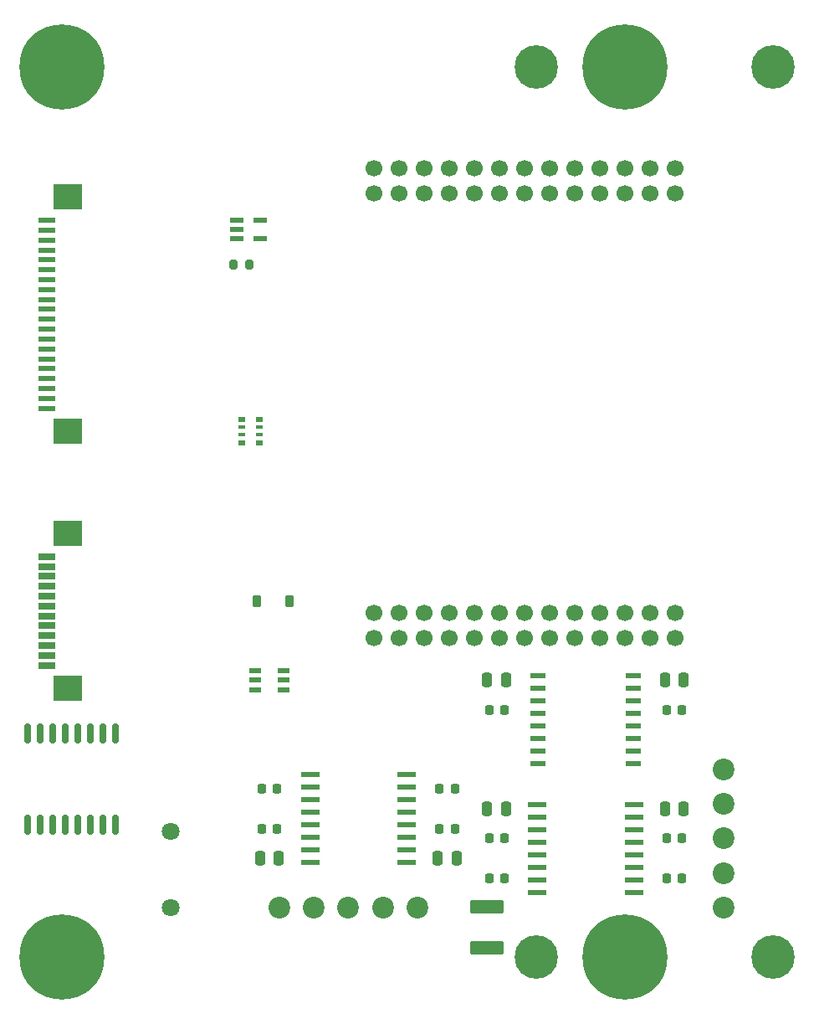
<source format=gbr>
%TF.GenerationSoftware,KiCad,Pcbnew,9.0.6*%
%TF.CreationDate,2025-12-03T08:33:47+03:00*%
%TF.ProjectId,PMCPU-LLU,504d4350-552d-44c4-9c55-2e6b69636164,rev?*%
%TF.SameCoordinates,Original*%
%TF.FileFunction,Soldermask,Top*%
%TF.FilePolarity,Negative*%
%FSLAX46Y46*%
G04 Gerber Fmt 4.6, Leading zero omitted, Abs format (unit mm)*
G04 Created by KiCad (PCBNEW 9.0.6) date 2025-12-03 08:33:47*
%MOMM*%
%LPD*%
G01*
G04 APERTURE LIST*
G04 Aperture macros list*
%AMRoundRect*
0 Rectangle with rounded corners*
0 $1 Rounding radius*
0 $2 $3 $4 $5 $6 $7 $8 $9 X,Y pos of 4 corners*
0 Add a 4 corners polygon primitive as box body*
4,1,4,$2,$3,$4,$5,$6,$7,$8,$9,$2,$3,0*
0 Add four circle primitives for the rounded corners*
1,1,$1+$1,$2,$3*
1,1,$1+$1,$4,$5*
1,1,$1+$1,$6,$7*
1,1,$1+$1,$8,$9*
0 Add four rect primitives between the rounded corners*
20,1,$1+$1,$2,$3,$4,$5,0*
20,1,$1+$1,$4,$5,$6,$7,0*
20,1,$1+$1,$6,$7,$8,$9,0*
20,1,$1+$1,$8,$9,$2,$3,0*%
G04 Aperture macros list end*
%ADD10R,1.181100X0.558800*%
%ADD11C,0.900000*%
%ADD12C,8.600000*%
%ADD13C,2.200000*%
%ADD14C,1.800000*%
%ADD15RoundRect,0.250000X0.250000X0.475000X-0.250000X0.475000X-0.250000X-0.475000X0.250000X-0.475000X0*%
%ADD16RoundRect,0.250000X-0.250000X-0.475000X0.250000X-0.475000X0.250000X0.475000X-0.250000X0.475000X0*%
%ADD17RoundRect,0.225000X-0.225000X-0.250000X0.225000X-0.250000X0.225000X0.250000X-0.225000X0.250000X0*%
%ADD18R,1.854200X0.482600*%
%ADD19RoundRect,0.225000X0.225000X0.250000X-0.225000X0.250000X-0.225000X-0.250000X0.225000X-0.250000X0*%
%ADD20R,1.320800X0.558800*%
%ADD21R,0.800000X0.500000*%
%ADD22R,0.800000X0.400000*%
%ADD23C,1.700000*%
%ADD24RoundRect,0.249999X1.450001X-0.450001X1.450001X0.450001X-1.450001X0.450001X-1.450001X-0.450001X0*%
%ADD25R,1.803400X0.635000*%
%ADD26R,2.997200X2.590800*%
%ADD27C,0.700000*%
%ADD28C,4.400000*%
%ADD29R,1.549400X0.482600*%
%ADD30R,1.800000X0.600000*%
%ADD31R,3.000000X2.600000*%
%ADD32RoundRect,0.225000X-0.225000X-0.375000X0.225000X-0.375000X0.225000X0.375000X-0.225000X0.375000X0*%
%ADD33RoundRect,0.200000X-0.200000X-0.275000X0.200000X-0.275000X0.200000X0.275000X-0.200000X0.275000X0*%
%ADD34RoundRect,0.150000X0.150000X-0.875000X0.150000X0.875000X-0.150000X0.875000X-0.150000X-0.875000X0*%
G04 APERTURE END LIST*
D10*
%TO.C,U3*%
X-12533150Y-17950001D03*
X-12533150Y-17000000D03*
X-12533150Y-16049999D03*
X-15466850Y-16049999D03*
X-15466850Y-17000000D03*
X-15466850Y-17950001D03*
%TD*%
D11*
%TO.C,H2*%
X18775000Y45000000D03*
X19719581Y47280419D03*
X19719581Y42719581D03*
X22000000Y48225000D03*
D12*
X22000000Y45000000D03*
D11*
X22000000Y41775000D03*
X24280419Y47280419D03*
X24280419Y42719581D03*
X25225000Y45000000D03*
%TD*%
D13*
%TO.C,J6*%
X32000000Y-40000000D03*
X32000000Y-36500000D03*
X32000000Y-33000000D03*
X32000000Y-29500000D03*
X32000000Y-26000000D03*
%TD*%
D11*
%TO.C,H3*%
X-38225000Y-45000000D03*
X-37280419Y-42719581D03*
X-37280419Y-47280419D03*
X-35000000Y-41775000D03*
D12*
X-35000000Y-45000000D03*
D11*
X-35000000Y-48225000D03*
X-32719581Y-42719581D03*
X-32719581Y-47280419D03*
X-31775000Y-45000000D03*
%TD*%
D14*
%TO.C,J5*%
X-24000000Y-32250000D03*
X-24000000Y-40000000D03*
%TD*%
D15*
%TO.C,C3*%
X-13050000Y-35000000D03*
X-14950000Y-35000000D03*
%TD*%
D16*
%TO.C,C4*%
X3050000Y-35000000D03*
X4950000Y-35000000D03*
%TD*%
D17*
%TO.C,C13*%
X26225000Y-20000000D03*
X27775000Y-20000000D03*
%TD*%
D18*
%TO.C,U6*%
X13123200Y-29555000D03*
X13123200Y-30825000D03*
X13123200Y-32095000D03*
X13123200Y-33365000D03*
X13123200Y-34635000D03*
X13123200Y-35905000D03*
X13123200Y-37175000D03*
X13123200Y-38445000D03*
X22876800Y-38445000D03*
X22876800Y-37175000D03*
X22876800Y-35905000D03*
X22876800Y-34635000D03*
X22876800Y-33365000D03*
X22876800Y-32095000D03*
X22876800Y-30825000D03*
X22876800Y-29555000D03*
%TD*%
D19*
%TO.C,C1*%
X-13225000Y-32000000D03*
X-14775000Y-32000000D03*
%TD*%
D20*
%TO.C,CR1*%
X-17314000Y29526201D03*
X-17314000Y28576200D03*
X-17314000Y27626199D03*
X-14926400Y27626199D03*
X-14926400Y29526201D03*
%TD*%
D15*
%TO.C,C11*%
X9950000Y-17000000D03*
X8050000Y-17000000D03*
%TD*%
D21*
%TO.C,RN1*%
X-16800000Y9400000D03*
D22*
X-16800000Y8600000D03*
X-16800000Y7800000D03*
D21*
X-16800000Y7000000D03*
X-15000000Y7000000D03*
D22*
X-15000000Y7800000D03*
X-15000000Y8600000D03*
D21*
X-15000000Y9400000D03*
%TD*%
D17*
%TO.C,C17*%
X26225000Y-33000000D03*
X27775000Y-33000000D03*
%TD*%
D23*
%TO.C,U2*%
X-3440000Y34770000D03*
X21960000Y34770000D03*
X24500000Y34770000D03*
X27040000Y34770000D03*
X-900000Y34770000D03*
X21960000Y32230000D03*
X24500000Y32230000D03*
X27040000Y32230000D03*
X1640000Y34770000D03*
X21960000Y-10230000D03*
X24500000Y-10230000D03*
X27040000Y-10230000D03*
X4180000Y34770000D03*
X21960000Y-12770000D03*
X24500000Y-12770000D03*
X27040000Y-12770000D03*
X6720000Y34770000D03*
X9260000Y34770000D03*
X11800000Y34770000D03*
X14340000Y34770000D03*
X16880000Y34770000D03*
X19420000Y34770000D03*
X-3440000Y32230000D03*
X-900000Y32230000D03*
X1640000Y32230000D03*
X4180000Y32230000D03*
X6720000Y32230000D03*
X9260000Y32230000D03*
X11800000Y32230000D03*
X14340000Y32230000D03*
X16880000Y32230000D03*
X19420000Y32230000D03*
X-3440000Y-10230000D03*
X-900000Y-10230000D03*
X1640000Y-10230000D03*
X4180000Y-10230000D03*
X6720000Y-10230000D03*
X9260000Y-10230000D03*
X11800000Y-10230000D03*
X14340000Y-10230000D03*
X16880000Y-10230000D03*
X19420000Y-10230000D03*
X-3440000Y-12770000D03*
X-900000Y-12770000D03*
X1640000Y-12770000D03*
X4180000Y-12770000D03*
X6720000Y-12770000D03*
X9260000Y-12770000D03*
X11800000Y-12770000D03*
X14340000Y-12770000D03*
X16880000Y-12770000D03*
X19420000Y-12770000D03*
%TD*%
D19*
%TO.C,C9*%
X9775000Y-33000000D03*
X8225000Y-33000000D03*
%TD*%
D24*
%TO.C,C7*%
X8000000Y-44050000D03*
X8000000Y-39950000D03*
%TD*%
D19*
%TO.C,C8*%
X9775000Y-20000000D03*
X8225000Y-20000000D03*
%TD*%
%TO.C,C2*%
X-13225000Y-28000000D03*
X-14775000Y-28000000D03*
%TD*%
D25*
%TO.C,J3*%
X-36556000Y-15499992D03*
X-36556000Y-14499994D03*
X-36556000Y-13499996D03*
X-36556000Y-12499998D03*
X-36556000Y-11500000D03*
X-36556000Y-10500000D03*
X-36556000Y-9500000D03*
X-36556000Y-8500000D03*
X-36556000Y-7500002D03*
X-36556000Y-6500004D03*
X-36556000Y-5500006D03*
X-36556000Y-4500008D03*
D26*
X-34385999Y-17850003D03*
X-34385999Y-2149997D03*
%TD*%
D11*
%TO.C,H4*%
X18775000Y-45000000D03*
X19719581Y-42719581D03*
X19719581Y-47280419D03*
X22000000Y-41775000D03*
D12*
X22000000Y-45000000D03*
D11*
X22000000Y-48225000D03*
X24280419Y-42719581D03*
X24280419Y-47280419D03*
X25225000Y-45000000D03*
%TD*%
D27*
%TO.C,SP1*%
X11350000Y45000000D03*
X11350000Y-45000000D03*
X11833274Y46166726D03*
X11833274Y43833274D03*
X11833274Y-43833274D03*
X11833274Y-46166726D03*
X13000000Y46650000D03*
D28*
X13000000Y45000000D03*
D27*
X13000000Y43350000D03*
X13000000Y-43350000D03*
D28*
X13000000Y-45000000D03*
D27*
X13000000Y-46650000D03*
X14166726Y46166726D03*
X14166726Y43833274D03*
X14166726Y-43833274D03*
X14166726Y-46166726D03*
X14650000Y45000000D03*
X14650000Y-45000000D03*
X35350000Y45000000D03*
X35350000Y-45000000D03*
X35833274Y46166726D03*
X35833274Y43833274D03*
X35833274Y-43833274D03*
X35833274Y-46166726D03*
X37000000Y46650000D03*
D28*
X37000000Y45000000D03*
D27*
X37000000Y43350000D03*
X37000000Y-43350000D03*
D28*
X37000000Y-45000000D03*
D27*
X37000000Y-46650000D03*
X38166726Y46166726D03*
X38166726Y43833274D03*
X38166726Y-43833274D03*
X38166726Y-46166726D03*
X38650000Y45000000D03*
X38650000Y-45000000D03*
%TD*%
D17*
%TO.C,C6*%
X3225000Y-32000000D03*
X4775000Y-32000000D03*
%TD*%
D16*
%TO.C,C16*%
X26050000Y-17000000D03*
X27950000Y-17000000D03*
%TD*%
D29*
%TO.C,U5*%
X13174000Y-16555000D03*
X13174000Y-17825000D03*
X13174000Y-19095000D03*
X13174000Y-20365000D03*
X13174000Y-21635000D03*
X13174000Y-22905000D03*
X13174000Y-24175000D03*
X13174000Y-25445000D03*
X22826000Y-25445000D03*
X22826000Y-24175000D03*
X22826000Y-22905000D03*
X22826000Y-21635000D03*
X22826000Y-20365000D03*
X22826000Y-19095000D03*
X22826000Y-17825000D03*
X22826000Y-16555000D03*
%TD*%
D30*
%TO.C,JM2*%
X-36546000Y10500000D03*
X-36546000Y11500000D03*
X-36546000Y12500000D03*
X-36546000Y13500000D03*
X-36546000Y14500000D03*
X-36546000Y15500000D03*
X-36546000Y16500000D03*
X-36546000Y17500000D03*
X-36546000Y18500000D03*
X-36546000Y19500000D03*
X-36546000Y20500000D03*
X-36546000Y21500000D03*
X-36546000Y22500000D03*
X-36546000Y23500000D03*
X-36546000Y24500000D03*
X-36546000Y25500000D03*
X-36546000Y26500000D03*
X-36546000Y27500000D03*
X-36546000Y28500000D03*
X-36546000Y29500000D03*
D31*
X-34375000Y8150000D03*
X-34375000Y31850000D03*
%TD*%
D18*
%TO.C,U1*%
X-123200Y-35445000D03*
X-123200Y-34175000D03*
X-123200Y-32905000D03*
X-123200Y-31635000D03*
X-123200Y-30365000D03*
X-123200Y-29095000D03*
X-123200Y-27825000D03*
X-123200Y-26555000D03*
X-9876800Y-26555000D03*
X-9876800Y-27825000D03*
X-9876800Y-29095000D03*
X-9876800Y-30365000D03*
X-9876800Y-31635000D03*
X-9876800Y-32905000D03*
X-9876800Y-34175000D03*
X-9876800Y-35445000D03*
%TD*%
D32*
%TO.C,D9*%
X-15300000Y-9000000D03*
X-12000000Y-9000000D03*
%TD*%
D17*
%TO.C,C15*%
X26225000Y-37000000D03*
X27775000Y-37000000D03*
%TD*%
D15*
%TO.C,C12*%
X9950000Y-30000000D03*
X8050000Y-30000000D03*
%TD*%
D33*
%TO.C,R9*%
X-17650000Y25000000D03*
X-16000000Y25000000D03*
%TD*%
D34*
%TO.C,U4*%
X-38445000Y-31650000D03*
X-37175000Y-31650000D03*
X-35905000Y-31650000D03*
X-34635000Y-31650000D03*
X-33365000Y-31650000D03*
X-32095000Y-31650000D03*
X-30825000Y-31650000D03*
X-29555000Y-31650000D03*
X-29555000Y-22350000D03*
X-30825000Y-22350000D03*
X-32095000Y-22350000D03*
X-33365000Y-22350000D03*
X-34635000Y-22350000D03*
X-35905000Y-22350000D03*
X-37175000Y-22350000D03*
X-38445000Y-22350000D03*
%TD*%
D13*
%TO.C,J1*%
X-13000000Y-40000000D03*
X-9500000Y-40000000D03*
X-6000000Y-40000000D03*
X-2500000Y-40000000D03*
X1000000Y-40000000D03*
%TD*%
D11*
%TO.C,H1*%
X-38225000Y45000000D03*
X-37280419Y47280419D03*
X-37280419Y42719581D03*
X-35000000Y48225000D03*
D12*
X-35000000Y45000000D03*
D11*
X-35000000Y41775000D03*
X-32719581Y47280419D03*
X-32719581Y42719581D03*
X-31775000Y45000000D03*
%TD*%
D17*
%TO.C,C5*%
X3225000Y-28000000D03*
X4775000Y-28000000D03*
%TD*%
D16*
%TO.C,C14*%
X26050000Y-30000000D03*
X27950000Y-30000000D03*
%TD*%
D19*
%TO.C,C10*%
X9775000Y-37000000D03*
X8225000Y-37000000D03*
%TD*%
M02*

</source>
